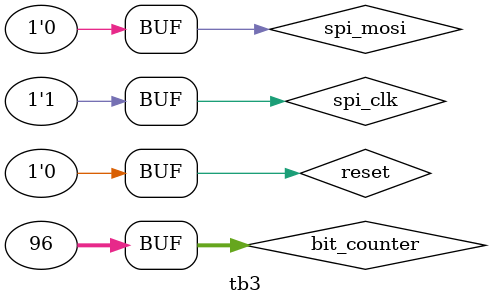
<source format=sv>
`timescale 1ns / 1ps

module tb3;
    parameter BITS_PER_PIXEL = 16;

    logic reset;
    logic spi_clk;
    logic spi_mosi;
    logic [BITS_PER_PIXEL-1:0] data;
    logic pixel_clk;

    localparam period = 1;

    spi_slave #(BITS_PER_PIXEL) dut ( reset, spi_clk, spi_mosi, data, pixel_clk);

    // TODO: Parameterise, test is only meaningful with 16bpp at the moment, though the dut should already work with
    // any bpp.
    parameter [32+32+32-1:0] test_input = 96'hd0e0a0d0b0e0e0f000000000;

    integer word_counter;
    integer bit_counter;

    initial begin
        $dumpfile("spi_slave.vcd");
        $dumpvars();

        reset = 1'b0;
        spi_clk = 1'b0;
        spi_mosi = 1'b0;

        #period;
        reset = 1'b1;

        #period;
        reset = 1'b0;

        #period
        for (bit_counter = 0; bit_counter < 32+32+32; bit_counter++) begin
            spi_clk = 1'b0;
            spi_mosi = test_input[32+32+32 - 1 - bit_counter];
            #period;

            spi_clk = 1'b1;
            #period;
        end
    end

    always @ (posedge pixel_clk) begin
        $display("Got %x", data);
    end
endmodule
</source>
